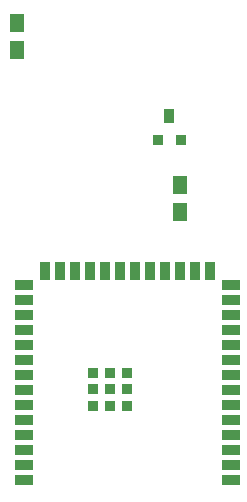
<source format=gbr>
%TF.GenerationSoftware,Altium Limited,Altium Designer,24.0.1 (36)*%
G04 Layer_Color=128*
%FSLAX45Y45*%
%MOMM*%
%TF.SameCoordinates,4F873DDA-DFB5-4AF5-B95A-0F2F78DC07CA*%
%TF.FilePolarity,Positive*%
%TF.FileFunction,Paste,Bot*%
%TF.Part,Single*%
G01*
G75*
%TA.AperFunction,SMDPad,CuDef*%
%ADD43R,0.91440X0.91440*%
%ADD44R,0.91440X1.27000*%
G04:AMPARAMS|DCode=86|XSize=1.484mm|YSize=1.23mm|CornerRadius=0.07525mm|HoleSize=0mm|Usage=FLASHONLY|Rotation=270.000|XOffset=0mm|YOffset=0mm|HoleType=Round|Shape=RoundedRectangle|*
%AMROUNDEDRECTD86*
21,1,1.48400,1.07950,0,0,270.0*
21,1,1.33350,1.23000,0,0,270.0*
1,1,0.15050,-0.53975,-0.66675*
1,1,0.15050,-0.53975,0.66675*
1,1,0.15050,0.53975,0.66675*
1,1,0.15050,0.53975,-0.66675*
%
%ADD86ROUNDEDRECTD86*%
G04:AMPARAMS|DCode=93|XSize=0.86mm|YSize=0.86mm|CornerRadius=0.0475mm|HoleSize=0mm|Usage=FLASHONLY|Rotation=0.000|XOffset=0mm|YOffset=0mm|HoleType=Round|Shape=RoundedRectangle|*
%AMROUNDEDRECTD93*
21,1,0.86000,0.76500,0,0,0.0*
21,1,0.76500,0.86000,0,0,0.0*
1,1,0.09500,0.38250,-0.38250*
1,1,0.09500,-0.38250,-0.38250*
1,1,0.09500,-0.38250,0.38250*
1,1,0.09500,0.38250,0.38250*
%
%ADD93ROUNDEDRECTD93*%
G04:AMPARAMS|DCode=94|XSize=1.46mm|YSize=0.86mm|CornerRadius=0.0475mm|HoleSize=0mm|Usage=FLASHONLY|Rotation=0.000|XOffset=0mm|YOffset=0mm|HoleType=Round|Shape=RoundedRectangle|*
%AMROUNDEDRECTD94*
21,1,1.46000,0.76500,0,0,0.0*
21,1,1.36500,0.86000,0,0,0.0*
1,1,0.09500,0.68250,-0.38250*
1,1,0.09500,-0.68250,-0.38250*
1,1,0.09500,-0.68250,0.38250*
1,1,0.09500,0.68250,0.38250*
%
%ADD94ROUNDEDRECTD94*%
G04:AMPARAMS|DCode=95|XSize=0.86mm|YSize=1.46mm|CornerRadius=0.0475mm|HoleSize=0mm|Usage=FLASHONLY|Rotation=0.000|XOffset=0mm|YOffset=0mm|HoleType=Round|Shape=RoundedRectangle|*
%AMROUNDEDRECTD95*
21,1,0.86000,1.36500,0,0,0.0*
21,1,0.76500,1.46000,0,0,0.0*
1,1,0.09500,0.38250,-0.68250*
1,1,0.09500,-0.38250,-0.68250*
1,1,0.09500,-0.38250,0.68250*
1,1,0.09500,0.38250,0.68250*
%
%ADD95ROUNDEDRECTD95*%
D43*
X2670000Y3640000D02*
D03*
X2479500D02*
D03*
D44*
X2573480Y3843200D02*
D03*
D86*
X1280000Y4630000D02*
D03*
Y4401400D02*
D03*
X2660000Y3031400D02*
D03*
Y3260000D02*
D03*
D93*
X2070000Y1530000D02*
D03*
X1930000D02*
D03*
X2210000D02*
D03*
X1930000Y1670000D02*
D03*
X2070000D02*
D03*
X2210000D02*
D03*
X1930000Y1390000D02*
D03*
X2070000D02*
D03*
X2210000D02*
D03*
D94*
X1345000Y758000D02*
D03*
Y885000D02*
D03*
Y1012000D02*
D03*
Y1139000D02*
D03*
Y1266000D02*
D03*
Y1393000D02*
D03*
Y1520000D02*
D03*
Y1647000D02*
D03*
Y1774000D02*
D03*
Y1901000D02*
D03*
Y2028000D02*
D03*
Y2155000D02*
D03*
Y2282000D02*
D03*
Y2409000D02*
D03*
X3095000D02*
D03*
Y2282000D02*
D03*
Y2155000D02*
D03*
Y2028000D02*
D03*
Y1901000D02*
D03*
Y1774000D02*
D03*
Y1647000D02*
D03*
Y1520000D02*
D03*
Y1393000D02*
D03*
Y1266000D02*
D03*
Y1139000D02*
D03*
Y1012000D02*
D03*
Y885000D02*
D03*
Y758000D02*
D03*
D95*
X1521500Y2534000D02*
D03*
X1648500D02*
D03*
X1775500D02*
D03*
X1902500D02*
D03*
X2029500D02*
D03*
X2156500D02*
D03*
X2283500D02*
D03*
X2410500D02*
D03*
X2537500D02*
D03*
X2664500D02*
D03*
X2791500D02*
D03*
X2918500D02*
D03*
%TF.MD5,49da77e905847525df763eff4e20b974*%
M02*

</source>
